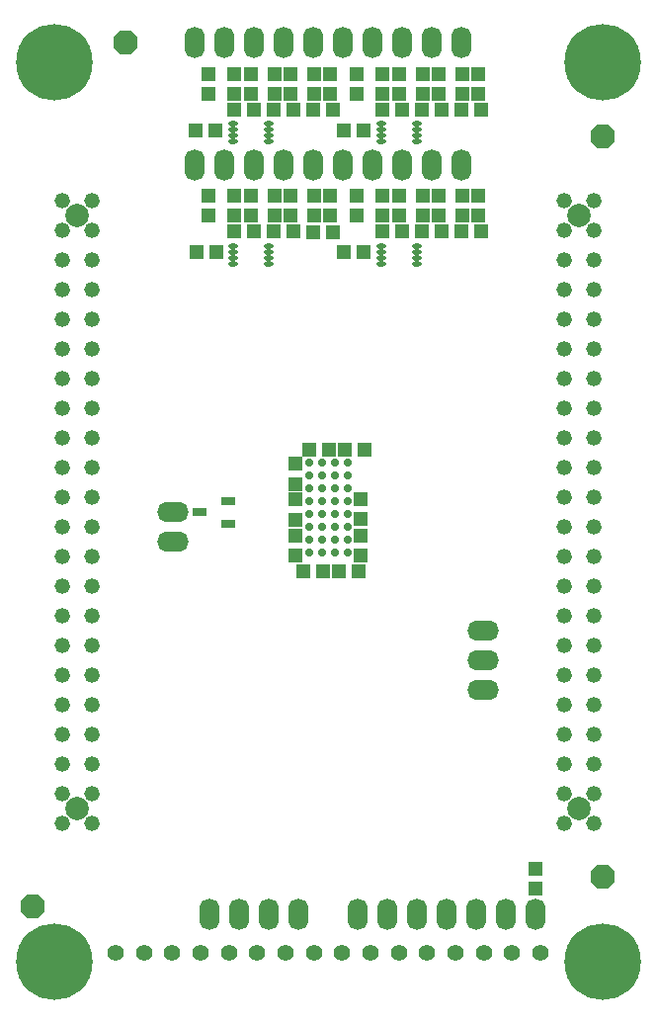
<source format=gbs>
G04*
G04 #@! TF.GenerationSoftware,Altium Limited,Altium Designer,19.0.8 (182)*
G04*
G04 Layer_Color=10964583*
%FSLAX25Y25*%
%MOIN*%
G70*
G01*
G75*
%ADD40R,0.05131X0.04737*%
%ADD41R,0.04737X0.05131*%
%ADD42R,0.04540X0.03162*%
%ADD58O,0.06800X0.10642*%
%ADD59O,0.10642X0.06800*%
%ADD60C,0.25800*%
%ADD61C,0.05200*%
%ADD62C,0.07900*%
%ADD63P,0.08750X8X112.5*%
%ADD64C,0.02800*%
G04:AMPARAMS|DCode=90|XSize=55.24mil|YSize=55.24mil|CornerRadius=27.62mil|HoleSize=0mil|Usage=FLASHONLY|Rotation=0.000|XOffset=0mil|YOffset=0mil|HoleType=Round|Shape=RoundedRectangle|*
%AMROUNDEDRECTD90*
21,1,0.05524,0.00000,0,0,0.0*
21,1,0.00000,0.05524,0,0,0.0*
1,1,0.05524,0.00000,0.00000*
1,1,0.05524,0.00000,0.00000*
1,1,0.05524,0.00000,0.00000*
1,1,0.05524,0.00000,0.00000*
%
%ADD90ROUNDEDRECTD90*%
%ADD91O,0.03162X0.01784*%
G04:AMPARAMS|DCode=92|XSize=55.24mil|YSize=55.24mil|CornerRadius=27.62mil|HoleSize=0mil|Usage=FLASHONLY|Rotation=90.000|XOffset=0mil|YOffset=0mil|HoleType=Round|Shape=RoundedRectangle|*
%AMROUNDEDRECTD92*
21,1,0.05524,0.00000,0,0,90.0*
21,1,0.00000,0.05524,0,0,90.0*
1,1,0.05524,0.00000,0.00000*
1,1,0.05524,0.00000,0.00000*
1,1,0.05524,0.00000,0.00000*
1,1,0.05524,0.00000,0.00000*
%
%ADD92ROUNDEDRECTD92*%
D40*
X95630Y308425D02*
D03*
Y315118D02*
D03*
X90118Y308425D02*
D03*
Y315118D02*
D03*
X178268Y47052D02*
D03*
Y40360D02*
D03*
X109016Y315118D02*
D03*
Y308425D02*
D03*
X159016Y315118D02*
D03*
Y308425D02*
D03*
X109016Y273937D02*
D03*
Y267244D02*
D03*
X159016Y273937D02*
D03*
Y267244D02*
D03*
X145630Y315118D02*
D03*
Y308425D02*
D03*
X95630Y273937D02*
D03*
Y267244D02*
D03*
X145630Y273937D02*
D03*
Y267244D02*
D03*
X82244Y315118D02*
D03*
Y308425D02*
D03*
X132244Y315118D02*
D03*
Y308425D02*
D03*
X82244Y273937D02*
D03*
Y267244D02*
D03*
X132244Y273937D02*
D03*
Y267244D02*
D03*
X76732Y315118D02*
D03*
Y308425D02*
D03*
X103504Y315118D02*
D03*
Y308425D02*
D03*
X126732Y315118D02*
D03*
Y308425D02*
D03*
X140118Y315118D02*
D03*
Y308425D02*
D03*
X153504Y315118D02*
D03*
Y308425D02*
D03*
X76732Y267244D02*
D03*
Y273937D02*
D03*
X90118Y267244D02*
D03*
Y273937D02*
D03*
X103504Y267244D02*
D03*
Y273937D02*
D03*
X126732Y267244D02*
D03*
Y273937D02*
D03*
X140118Y267244D02*
D03*
Y273937D02*
D03*
X153504Y267244D02*
D03*
Y273937D02*
D03*
X97244Y159398D02*
D03*
Y152705D02*
D03*
X97268Y171480D02*
D03*
Y164787D02*
D03*
X119291Y152705D02*
D03*
Y159398D02*
D03*
X97268Y176787D02*
D03*
Y183480D02*
D03*
X68071Y315118D02*
D03*
Y308425D02*
D03*
X118071Y315118D02*
D03*
Y308425D02*
D03*
X68071Y273937D02*
D03*
Y267244D02*
D03*
X118071Y273937D02*
D03*
Y267244D02*
D03*
X119291Y171603D02*
D03*
Y164910D02*
D03*
D41*
X89921Y261929D02*
D03*
X96614D02*
D03*
X139921D02*
D03*
X146614D02*
D03*
X76535D02*
D03*
X83228D02*
D03*
X126535D02*
D03*
X133228D02*
D03*
X113976Y188335D02*
D03*
X120669D02*
D03*
X108465D02*
D03*
X101772D02*
D03*
X118488Y147390D02*
D03*
X111795D02*
D03*
X99984D02*
D03*
X106677D02*
D03*
X103307Y303110D02*
D03*
X110000D02*
D03*
X153307D02*
D03*
X160000D02*
D03*
X89921D02*
D03*
X96614D02*
D03*
X139921D02*
D03*
X146614D02*
D03*
X76535D02*
D03*
X83228D02*
D03*
X126535D02*
D03*
X133228D02*
D03*
X103307Y261629D02*
D03*
X110000D02*
D03*
X153307Y261929D02*
D03*
X160000D02*
D03*
X63543Y296024D02*
D03*
X70236D02*
D03*
X113543D02*
D03*
X120236D02*
D03*
X113543Y254843D02*
D03*
X120236D02*
D03*
X63798D02*
D03*
X70491D02*
D03*
D42*
X64862Y167165D02*
D03*
X74508Y163425D02*
D03*
Y170905D02*
D03*
D58*
X178268Y31496D02*
D03*
X168268D02*
D03*
X83268Y325591D02*
D03*
X93268D02*
D03*
X103268D02*
D03*
X73268D02*
D03*
X63268D02*
D03*
X133268D02*
D03*
X143268D02*
D03*
X153268D02*
D03*
X123268D02*
D03*
X113268D02*
D03*
X83268Y284409D02*
D03*
X93268D02*
D03*
X103268D02*
D03*
X73268D02*
D03*
X63268D02*
D03*
X133268D02*
D03*
X143268D02*
D03*
X153268D02*
D03*
X123268D02*
D03*
X113268D02*
D03*
X138268Y31496D02*
D03*
X148268D02*
D03*
X158268D02*
D03*
X128268D02*
D03*
X118268D02*
D03*
X68268D02*
D03*
X78268D02*
D03*
X88268D02*
D03*
X98268D02*
D03*
D59*
X55905Y157165D02*
D03*
Y167165D02*
D03*
X160641Y127323D02*
D03*
Y117323D02*
D03*
Y107323D02*
D03*
D60*
X15748Y15748D02*
D03*
X200787D02*
D03*
Y318898D02*
D03*
X15748D02*
D03*
D61*
X28650Y272323D02*
D03*
Y262323D02*
D03*
Y252323D02*
D03*
Y242323D02*
D03*
Y232323D02*
D03*
Y222323D02*
D03*
Y212323D02*
D03*
Y202323D02*
D03*
Y192323D02*
D03*
Y182323D02*
D03*
Y172323D02*
D03*
Y162323D02*
D03*
Y152323D02*
D03*
Y142323D02*
D03*
Y132323D02*
D03*
Y122323D02*
D03*
Y112323D02*
D03*
Y102323D02*
D03*
Y92323D02*
D03*
Y82323D02*
D03*
Y72323D02*
D03*
Y62323D02*
D03*
X18650Y272323D02*
D03*
Y262323D02*
D03*
Y252323D02*
D03*
Y242323D02*
D03*
Y232323D02*
D03*
Y222323D02*
D03*
Y212323D02*
D03*
Y202323D02*
D03*
Y192323D02*
D03*
Y182323D02*
D03*
Y172323D02*
D03*
Y162323D02*
D03*
Y152323D02*
D03*
Y142323D02*
D03*
Y132323D02*
D03*
Y122323D02*
D03*
Y112323D02*
D03*
Y102323D02*
D03*
Y92323D02*
D03*
Y82323D02*
D03*
Y72323D02*
D03*
Y62323D02*
D03*
X197941Y272323D02*
D03*
Y262323D02*
D03*
Y252323D02*
D03*
Y242323D02*
D03*
Y232323D02*
D03*
Y222323D02*
D03*
Y212323D02*
D03*
Y202323D02*
D03*
Y192323D02*
D03*
Y182323D02*
D03*
Y172323D02*
D03*
Y162323D02*
D03*
Y152323D02*
D03*
Y142323D02*
D03*
Y132323D02*
D03*
Y122323D02*
D03*
Y112323D02*
D03*
Y102323D02*
D03*
Y92323D02*
D03*
Y82323D02*
D03*
Y72323D02*
D03*
Y62323D02*
D03*
X187941Y272323D02*
D03*
Y262323D02*
D03*
Y252323D02*
D03*
Y242323D02*
D03*
Y232323D02*
D03*
Y222323D02*
D03*
Y212323D02*
D03*
Y202323D02*
D03*
Y192323D02*
D03*
Y182323D02*
D03*
Y172323D02*
D03*
Y162323D02*
D03*
Y152323D02*
D03*
Y142323D02*
D03*
Y132323D02*
D03*
Y122323D02*
D03*
Y112323D02*
D03*
Y102323D02*
D03*
Y92323D02*
D03*
Y82323D02*
D03*
Y72323D02*
D03*
Y62323D02*
D03*
D62*
X23650Y267323D02*
D03*
Y67323D02*
D03*
X192941Y267323D02*
D03*
Y67323D02*
D03*
D63*
X8568Y34446D02*
D03*
X200787Y293976D02*
D03*
X39792Y325591D02*
D03*
X200787Y44134D02*
D03*
D64*
X114764Y183808D02*
D03*
Y179477D02*
D03*
Y175146D02*
D03*
Y170815D02*
D03*
Y166485D02*
D03*
Y162154D02*
D03*
Y157823D02*
D03*
Y153493D02*
D03*
X110433Y183808D02*
D03*
Y179477D02*
D03*
Y175146D02*
D03*
Y170815D02*
D03*
Y166485D02*
D03*
Y162154D02*
D03*
Y157823D02*
D03*
Y153493D02*
D03*
X106102Y183808D02*
D03*
Y179477D02*
D03*
Y175146D02*
D03*
Y170815D02*
D03*
Y166485D02*
D03*
Y162154D02*
D03*
Y157823D02*
D03*
Y153493D02*
D03*
X101772Y183808D02*
D03*
Y179477D02*
D03*
Y175146D02*
D03*
Y170815D02*
D03*
Y166485D02*
D03*
Y162154D02*
D03*
Y157823D02*
D03*
Y153493D02*
D03*
D90*
X160814Y18504D02*
D03*
X170367D02*
D03*
X122598D02*
D03*
X132152D02*
D03*
X141706D02*
D03*
X151260D02*
D03*
D91*
X88150Y298189D02*
D03*
Y296221D02*
D03*
Y294252D02*
D03*
Y292284D02*
D03*
X76339Y298189D02*
D03*
Y296221D02*
D03*
Y294252D02*
D03*
Y292284D02*
D03*
X138150Y298189D02*
D03*
Y296221D02*
D03*
Y294252D02*
D03*
Y292284D02*
D03*
X126339Y298189D02*
D03*
Y296221D02*
D03*
Y294252D02*
D03*
Y292284D02*
D03*
X88150Y257008D02*
D03*
Y255039D02*
D03*
Y253071D02*
D03*
Y251102D02*
D03*
X76339Y257008D02*
D03*
Y255039D02*
D03*
Y253071D02*
D03*
Y251102D02*
D03*
X138150Y257008D02*
D03*
Y255039D02*
D03*
Y253071D02*
D03*
Y251102D02*
D03*
X126339Y257008D02*
D03*
Y255039D02*
D03*
Y253071D02*
D03*
Y251102D02*
D03*
D92*
X179921Y18504D02*
D03*
X36614D02*
D03*
X46168D02*
D03*
X55722D02*
D03*
X65276D02*
D03*
X74829D02*
D03*
X84383D02*
D03*
X93937D02*
D03*
X103491D02*
D03*
X113045D02*
D03*
M02*

</source>
